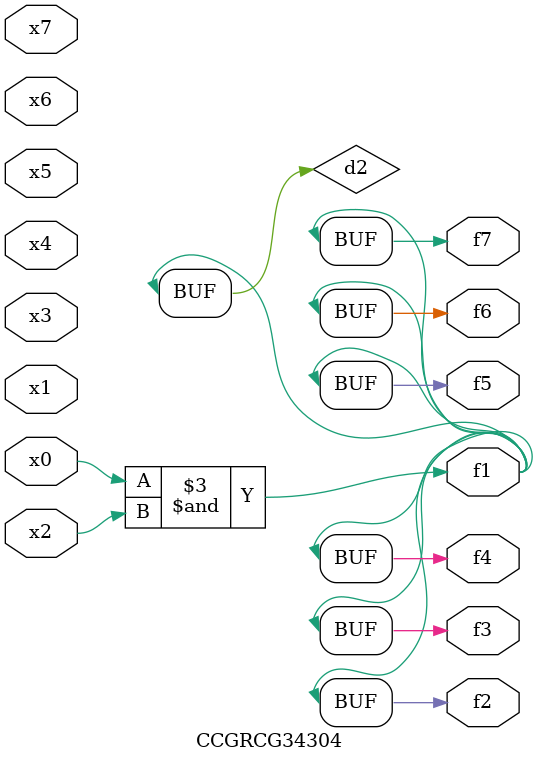
<source format=v>
module CCGRCG34304(
	input x0, x1, x2, x3, x4, x5, x6, x7,
	output f1, f2, f3, f4, f5, f6, f7
);

	wire d1, d2;

	nor (d1, x3, x6);
	and (d2, x0, x2);
	assign f1 = d2;
	assign f2 = d2;
	assign f3 = d2;
	assign f4 = d2;
	assign f5 = d2;
	assign f6 = d2;
	assign f7 = d2;
endmodule

</source>
